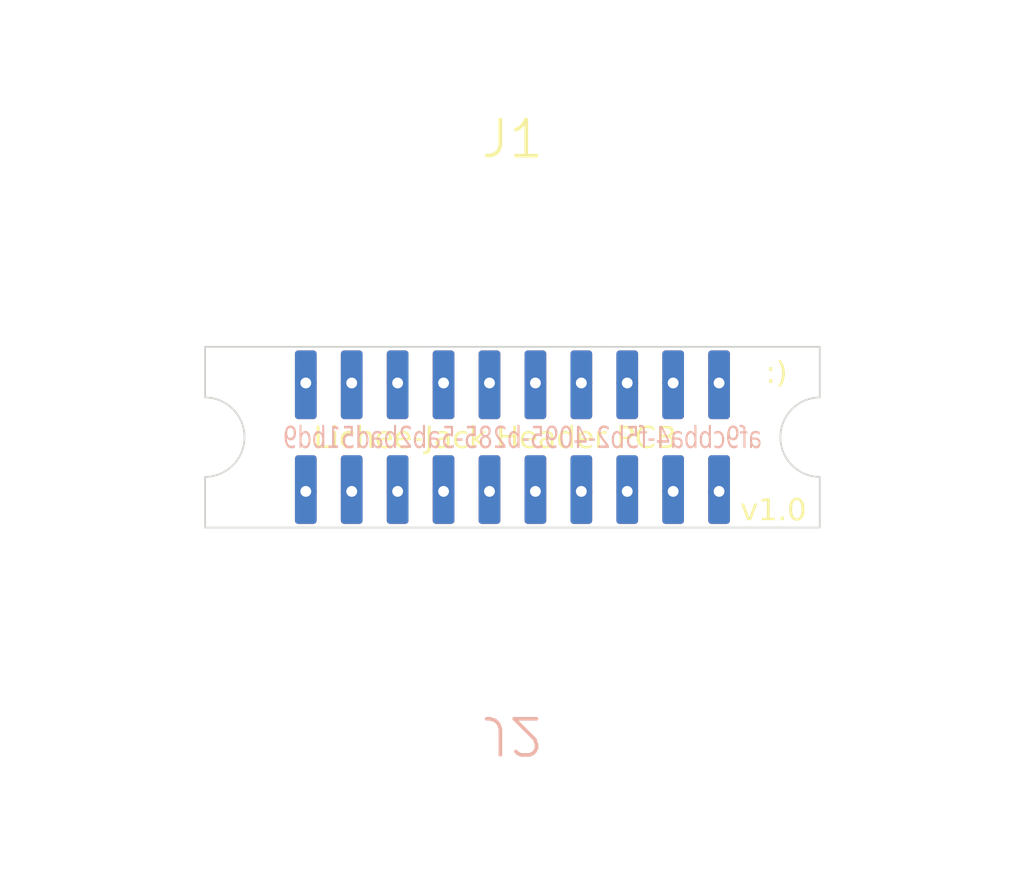
<source format=kicad_pcb>
(kicad_pcb (version 20241229) (generator "pcbnew") (generator_version "9.0")
  (title_block (title "Lichee-Jack Header PCB") (date "2025-10-28") (rev "1.0") (company "KaliAssistant"))
  (layers (0 "F.Cu" signal) (2 "B.Cu" signal) (13 "F.Paste" user) (15 "B.Paste" user) (5 "F.SilkS" user "F.Silkscreen") (7 "B.SilkS" user "B.Silkscreen") (1 "F.Mask" user) (3 "B.Mask" user) (25 "Edge.Cuts" user))
  (net 0 "")
  (net 1 "Net-(J1-Pin_16)")
  (net 2 "Net-(J1-Pin_15)")
  (net 3 "Net-(J1-Pin_20)")
  (net 4 "Net-(J1-Pin_4)")
  (net 5 "Net-(J1-Pin_1)")
  (net 6 "Net-(J1-Pin_5)")
  (net 7 "Net-(J1-Pin_8)")
  (net 8 "Net-(J1-Pin_7)")
  (net 9 "Net-(J1-Pin_13)")
  (net 10 "Net-(J1-Pin_2)")
  (net 11 "Net-(J1-Pin_3)")
  (net 12 "Net-(J1-Pin_10)")
  (net 13 "Net-(J1-Pin_6)")
  (net 14 "Net-(J1-Pin_9)")
  (net 15 "Net-(J1-Pin_17)")
  (net 16 "Net-(J1-Pin_14)")
  (net 17 "Net-(J1-Pin_12)")
  (net 18 "Net-(J1-Pin_19)")
  (net 19 "Net-(J1-Pin_18)")
  (net 20 "Net-(J1-Pin_11)")
  (footprint "CSI2GPIO_HEADER:2px10_SMT_1_27MM_H2_0MM" (layer "F.Cu") (at 108.5 102.5)
    (property "Reference" "J1" (at 0 -8.25 0) (layer "F.SilkS") (effects (font (thickness 0.1))))
    (property "Value" "2px20 1.27mm SMT header, H2.0mm")
    (pad "1" smd roundrect (at -5.715 1.45) (size 0.6 1.9) (layers "F.Cu" "F.Mask" "F.Paste") (roundrect_rratio 0.15) (net 5 "Net-(J1-Pin_1)"))
    (pad "2" smd roundrect (at -5.715 -1.45) (size 0.6 1.9) (layers "F.Cu" "F.Mask" "F.Paste") (roundrect_rratio 0.15) (net 10 "Net-(J1-Pin_2)"))
    (pad "3" smd roundrect (at -4.445 1.45) (size 0.6 1.9) (layers "F.Cu" "F.Mask" "F.Paste") (roundrect_rratio 0.15) (net 11 "Net-(J1-Pin_3)"))
    (pad "4" smd roundrect (at -4.445 -1.45) (size 0.6 1.9) (layers "F.Cu" "F.Mask" "F.Paste") (roundrect_rratio 0.15) (net 4 "Net-(J1-Pin_4)"))
    (pad "5" smd roundrect (at -3.175 1.45) (size 0.6 1.9) (layers "F.Cu" "F.Mask" "F.Paste") (roundrect_rratio 0.15) (net 6 "Net-(J1-Pin_5)"))
    (pad "6" smd roundrect (at -3.175 -1.45) (size 0.6 1.9) (layers "F.Cu" "F.Mask" "F.Paste") (roundrect_rratio 0.15) (net 13 "Net-(J1-Pin_6)"))
    (pad "7" smd roundrect (at -1.905 1.45) (size 0.6 1.9) (layers "F.Cu" "F.Mask" "F.Paste") (roundrect_rratio 0.15) (net 8 "Net-(J1-Pin_7)"))
    (pad "8" smd roundrect (at -1.905 -1.45) (size 0.6 1.9) (layers "F.Cu" "F.Mask" "F.Paste") (roundrect_rratio 0.15) (net 7 "Net-(J1-Pin_8)"))
    (pad "9" smd roundrect (at -0.635 1.45) (size 0.6 1.9) (layers "F.Cu" "F.Mask" "F.Paste") (roundrect_rratio 0.15) (net 14 "Net-(J1-Pin_9)"))
    (pad "10" smd roundrect (at -0.635 -1.45) (size 0.6 1.9) (layers "F.Cu" "F.Mask" "F.Paste") (roundrect_rratio 0.15) (net 12 "Net-(J1-Pin_10)"))
    (pad "11" smd roundrect (at 0.635 1.45) (size 0.6 1.9) (layers "F.Cu" "F.Mask" "F.Paste") (roundrect_rratio 0.15) (net 20 "Net-(J1-Pin_11)"))
    (pad "12" smd roundrect (at 0.635 -1.45) (size 0.6 1.9) (layers "F.Cu" "F.Mask" "F.Paste") (roundrect_rratio 0.15) (net 17 "Net-(J1-Pin_12)"))
    (pad "13" smd roundrect (at 1.905 1.45) (size 0.6 1.9) (layers "F.Cu" "F.Mask" "F.Paste") (roundrect_rratio 0.15) (net 9 "Net-(J1-Pin_13)"))
    (pad "14" smd roundrect (at 1.905 -1.45) (size 0.6 1.9) (layers "F.Cu" "F.Mask" "F.Paste") (roundrect_rratio 0.15) (net 16 "Net-(J1-Pin_14)"))
    (pad "15" smd roundrect (at 3.175 1.45) (size 0.6 1.9) (layers "F.Cu" "F.Mask" "F.Paste") (roundrect_rratio 0.15) (net 2 "Net-(J1-Pin_15)"))
    (pad "16" smd roundrect (at 3.175 -1.45) (size 0.6 1.9) (layers "F.Cu" "F.Mask" "F.Paste") (roundrect_rratio 0.15) (net 1 "Net-(J1-Pin_16)"))
    (pad "17" smd roundrect (at 4.445 1.45) (size 0.6 1.9) (layers "F.Cu" "F.Mask" "F.Paste") (roundrect_rratio 0.15) (net 15 "Net-(J1-Pin_17)"))
    (pad "18" smd roundrect (at 4.445 -1.45) (size 0.6 1.9) (layers "F.Cu" "F.Mask" "F.Paste") (roundrect_rratio 0.15) (net 19 "Net-(J1-Pin_18)"))
    (pad "19" smd roundrect (at 5.715 1.45) (size 0.6 1.9) (layers "F.Cu" "F.Mask" "F.Paste") (roundrect_rratio 0.15) (net 18 "Net-(J1-Pin_19)"))
    (pad "20" smd roundrect (at 5.715 -1.45) (size 0.6 1.9) (layers "F.Cu" "F.Mask" "F.Paste") (roundrect_rratio 0.15) (net 3 "Net-(J1-Pin_20)"))
  )
  (footprint "CSI2GPIO_HEADER:2px10_to_fpc" (layer "B.Cu") (at 108.5 102.5)
    (property "Reference" "J2" (at 0 8.25 180) (layer "B.SilkS") (effects (font (thickness 0.1)) (justify mirror)))
    (property "Value" "FPC_CONN")
    (pad "1" smd roundrect (at -5.715 1.45) (size 0.6 1.9) (layers "B.Cu" "B.Mask" "B.Paste") (roundrect_rratio 0.15) (net 5 "Net-(J1-Pin_1)"))
    (pad "2" smd roundrect (at -5.715 -1.45) (size 0.6 1.9) (layers "B.Cu" "B.Mask" "B.Paste") (roundrect_rratio 0.15) (net 10 "Net-(J1-Pin_2)"))
    (pad "3" smd roundrect (at -4.445 1.45) (size 0.6 1.9) (layers "B.Cu" "B.Mask" "B.Paste") (roundrect_rratio 0.15) (net 11 "Net-(J1-Pin_3)"))
    (pad "4" smd roundrect (at -4.445 -1.45) (size 0.6 1.9) (layers "B.Cu" "B.Mask" "B.Paste") (roundrect_rratio 0.15) (net 4 "Net-(J1-Pin_4)"))
    (pad "5" smd roundrect (at -3.175 1.45) (size 0.6 1.9) (layers "B.Cu" "B.Mask" "B.Paste") (roundrect_rratio 0.15) (net 6 "Net-(J1-Pin_5)"))
    (pad "6" smd roundrect (at -3.175 -1.45) (size 0.6 1.9) (layers "B.Cu" "B.Mask" "B.Paste") (roundrect_rratio 0.15) (net 13 "Net-(J1-Pin_6)"))
    (pad "7" smd roundrect (at -1.905 1.45) (size 0.6 1.9) (layers "B.Cu" "B.Mask" "B.Paste") (roundrect_rratio 0.15) (net 8 "Net-(J1-Pin_7)"))
    (pad "8" smd roundrect (at -1.905 -1.45) (size 0.6 1.9) (layers "B.Cu" "B.Mask" "B.Paste") (roundrect_rratio 0.15) (net 7 "Net-(J1-Pin_8)"))
    (pad "9" smd roundrect (at -0.635 1.45) (size 0.6 1.9) (layers "B.Cu" "B.Mask" "B.Paste") (roundrect_rratio 0.15) (net 14 "Net-(J1-Pin_9)"))
    (pad "10" smd roundrect (at -0.635 -1.45) (size 0.6 1.9) (layers "B.Cu" "B.Mask" "B.Paste") (roundrect_rratio 0.15) (net 12 "Net-(J1-Pin_10)"))
    (pad "11" smd roundrect (at 0.635 1.45) (size 0.6 1.9) (layers "B.Cu" "B.Mask" "B.Paste") (roundrect_rratio 0.15) (net 20 "Net-(J1-Pin_11)"))
    (pad "12" smd roundrect (at 0.635 -1.45) (size 0.6 1.9) (layers "B.Cu" "B.Mask" "B.Paste") (roundrect_rratio 0.15) (net 17 "Net-(J1-Pin_12)"))
    (pad "13" smd roundrect (at 1.905 1.45) (size 0.6 1.9) (layers "B.Cu" "B.Mask" "B.Paste") (roundrect_rratio 0.15) (net 9 "Net-(J1-Pin_13)"))
    (pad "14" smd roundrect (at 1.905 -1.45) (size 0.6 1.9) (layers "B.Cu" "B.Mask" "B.Paste") (roundrect_rratio 0.15) (net 16 "Net-(J1-Pin_14)"))
    (pad "15" smd roundrect (at 3.175 1.45) (size 0.6 1.9) (layers "B.Cu" "B.Mask" "B.Paste") (roundrect_rratio 0.15) (net 2 "Net-(J1-Pin_15)"))
    (pad "16" smd roundrect (at 3.175 -1.45) (size 0.6 1.9) (layers "B.Cu" "B.Mask" "B.Paste") (roundrect_rratio 0.15) (net 1 "Net-(J1-Pin_16)"))
    (pad "17" smd roundrect (at 4.445 1.45) (size 0.6 1.9) (layers "B.Cu" "B.Mask" "B.Paste") (roundrect_rratio 0.15) (net 15 "Net-(J1-Pin_17)"))
    (pad "18" smd roundrect (at 4.445 -1.45) (size 0.6 1.9) (layers "B.Cu" "B.Mask" "B.Paste") (roundrect_rratio 0.15) (net 19 "Net-(J1-Pin_18)"))
    (pad "19" smd roundrect (at 5.715 1.45) (size 0.6 1.9) (layers "B.Cu" "B.Mask" "B.Paste") (roundrect_rratio 0.15) (net 18 "Net-(J1-Pin_19)"))
    (pad "20" smd roundrect (at 5.715 -1.45) (size 0.6 1.9) (layers "B.Cu" "B.Mask" "B.Paste") (roundrect_rratio 0.15) (net 3 "Net-(J1-Pin_20)"))
  )
  (gr_line (start 100 100) (end 117 100) (stroke (width 0.05)) (layer "Edge.Cuts"))
  (gr_line (start 117 105) (end 117 103.6) (stroke (width 0.05)) (layer "Edge.Cuts"))
  (gr_line (start 100 105) (end 100 103.6) (stroke (width 0.05)) (layer "Edge.Cuts"))
  (gr_line (start 117 100) (end 117 101.4) (stroke (width 0.05)) (layer "Edge.Cuts"))
  (gr_arc (start 117 103.6) (mid 115.9 102.5) (end 117 101.4) (stroke (width 0.05)) (layer "Edge.Cuts"))
  (gr_line (start 100 105) (end 117 105) (stroke (width 0.05)) (layer "Edge.Cuts"))
  (gr_arc (start 100 101.4) (mid 101.1 102.5) (end 100 103.6) (stroke (width 0.05)) (layer "Edge.Cuts"))
  (gr_line (start 100 100) (end 100 101.4) (stroke (width 0.05)) (layer "Edge.Cuts"))
  (gr_text "v1.0" (at 114.8 104.9 0) (layer "F.SilkS") (effects (font (size 0.6 0.6) (thickness 0.1)) (justify left bottom)))
  (gr_text ":)" (at 115.5 101.1 0) (layer "F.SilkS") (effects (font (size 0.6 0.6) (thickness 0.1)) (justify left bottom)))
  (gr_text "Lichee-Jack Header PCB" (at 103 102.9 0) (layer "F.SilkS") (effects (font (size 0.6 0.6) (thickness 0.1)) (justify left bottom)))
  (gr_text "af9cbba4-f5b2-4095-b285-5ab2bad51bd9" (at 115.4 102.9 0) (layer "B.SilkS") (effects (font (size 0.6 0.45) (thickness 0.1)) (justify left bottom mirror)))
  (via (at 111.675 101) (size 0.6) (drill 0.3) (layers "F.Cu" "B.Cu") (net 1))
  (via (at 111.675 104) (size 0.6) (drill 0.3) (layers "F.Cu" "B.Cu") (net 2))
  (via (at 114.215 101) (size 0.6) (drill 0.3) (layers "F.Cu" "B.Cu") (net 3))
  (via (at 104.055 101) (size 0.6) (drill 0.3) (layers "F.Cu" "B.Cu") (net 4))
  (via (at 102.785 104) (size 0.6) (drill 0.3) (layers "F.Cu" "B.Cu") (net 5))
  (via (at 105.325 104) (size 0.6) (drill 0.3) (layers "F.Cu" "B.Cu") (net 6))
  (via (at 106.595 101) (size 0.6) (drill 0.3) (layers "F.Cu" "B.Cu") (net 7))
  (via (at 106.595 104) (size 0.6) (drill 0.3) (layers "F.Cu" "B.Cu") (net 8))
  (via (at 110.405 104) (size 0.6) (drill 0.3) (layers "F.Cu" "B.Cu") (net 9))
  (via (at 102.785 101) (size 0.6) (drill 0.3) (layers "F.Cu" "B.Cu") (net 10))
  (via (at 104.055 104) (size 0.6) (drill 0.3) (layers "F.Cu" "B.Cu") (net 11))
  (via (at 107.865 101) (size 0.6) (drill 0.3) (layers "F.Cu" "B.Cu") (net 12))
  (via (at 105.325 101) (size 0.6) (drill 0.3) (layers "F.Cu" "B.Cu") (net 13))
  (via (at 107.865 104) (size 0.6) (drill 0.3) (layers "F.Cu" "B.Cu") (net 14))
  (via (at 112.945 104) (size 0.6) (drill 0.3) (layers "F.Cu" "B.Cu") (net 15))
  (via (at 110.405 101) (size 0.6) (drill 0.3) (layers "F.Cu" "B.Cu") (net 16))
  (via (at 109.135 101) (size 0.6) (drill 0.3) (layers "F.Cu" "B.Cu") (net 17))
  (via (at 114.215 104) (size 0.6) (drill 0.3) (layers "F.Cu" "B.Cu") (net 18))
  (via (at 112.945 101) (size 0.6) (drill 0.3) (layers "F.Cu" "B.Cu") (net 19))
  (via (at 109.135 104) (size 0.6) (drill 0.3) (layers "F.Cu" "B.Cu") (net 20))
)
</source>
